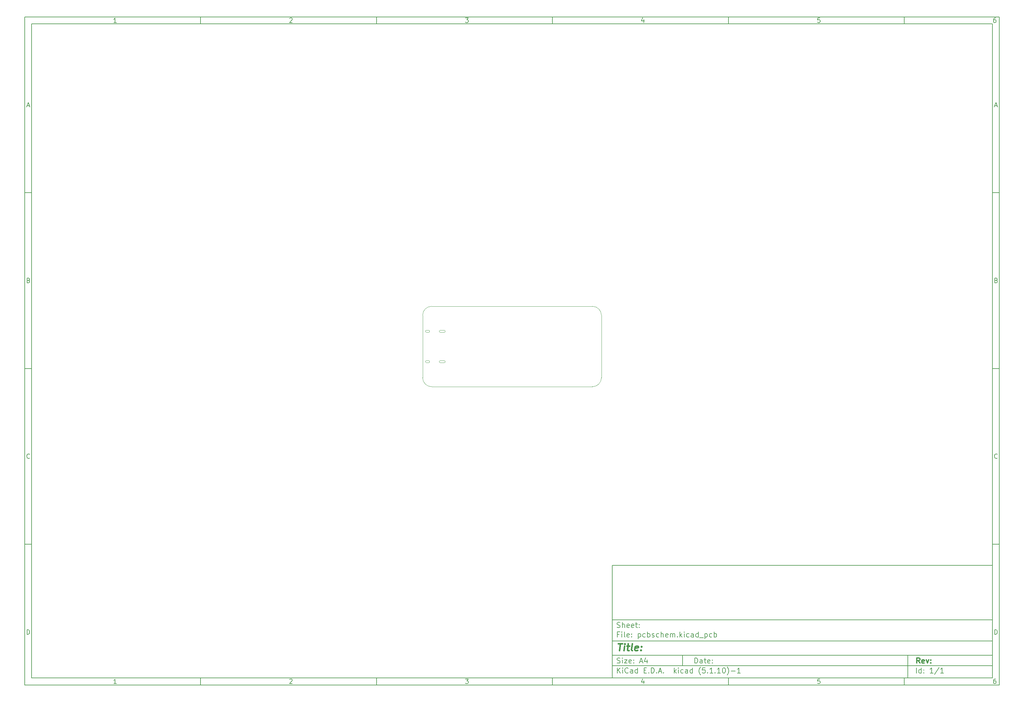
<source format=gbr>
%TF.GenerationSoftware,KiCad,Pcbnew,(5.1.10)-1*%
%TF.CreationDate,2021-10-05T18:10:51-07:00*%
%TF.ProjectId,pcbschem,70636273-6368-4656-9d2e-6b696361645f,rev?*%
%TF.SameCoordinates,Original*%
%TF.FileFunction,Profile,NP*%
%FSLAX46Y46*%
G04 Gerber Fmt 4.6, Leading zero omitted, Abs format (unit mm)*
G04 Created by KiCad (PCBNEW (5.1.10)-1) date 2021-10-05 18:10:51*
%MOMM*%
%LPD*%
G01*
G04 APERTURE LIST*
%ADD10C,0.100000*%
%ADD11C,0.150000*%
%ADD12C,0.300000*%
%ADD13C,0.400000*%
%TA.AperFunction,Profile*%
%ADD14C,0.050000*%
%TD*%
G04 APERTURE END LIST*
D10*
D11*
X177002200Y-166007200D02*
X177002200Y-198007200D01*
X285002200Y-198007200D01*
X285002200Y-166007200D01*
X177002200Y-166007200D01*
D10*
D11*
X10000000Y-10000000D02*
X10000000Y-200007200D01*
X287002200Y-200007200D01*
X287002200Y-10000000D01*
X10000000Y-10000000D01*
D10*
D11*
X12000000Y-12000000D02*
X12000000Y-198007200D01*
X285002200Y-198007200D01*
X285002200Y-12000000D01*
X12000000Y-12000000D01*
D10*
D11*
X60000000Y-12000000D02*
X60000000Y-10000000D01*
D10*
D11*
X110000000Y-12000000D02*
X110000000Y-10000000D01*
D10*
D11*
X160000000Y-12000000D02*
X160000000Y-10000000D01*
D10*
D11*
X210000000Y-12000000D02*
X210000000Y-10000000D01*
D10*
D11*
X260000000Y-12000000D02*
X260000000Y-10000000D01*
D10*
D11*
X36065476Y-11588095D02*
X35322619Y-11588095D01*
X35694047Y-11588095D02*
X35694047Y-10288095D01*
X35570238Y-10473809D01*
X35446428Y-10597619D01*
X35322619Y-10659523D01*
D10*
D11*
X85322619Y-10411904D02*
X85384523Y-10350000D01*
X85508333Y-10288095D01*
X85817857Y-10288095D01*
X85941666Y-10350000D01*
X86003571Y-10411904D01*
X86065476Y-10535714D01*
X86065476Y-10659523D01*
X86003571Y-10845238D01*
X85260714Y-11588095D01*
X86065476Y-11588095D01*
D10*
D11*
X135260714Y-10288095D02*
X136065476Y-10288095D01*
X135632142Y-10783333D01*
X135817857Y-10783333D01*
X135941666Y-10845238D01*
X136003571Y-10907142D01*
X136065476Y-11030952D01*
X136065476Y-11340476D01*
X136003571Y-11464285D01*
X135941666Y-11526190D01*
X135817857Y-11588095D01*
X135446428Y-11588095D01*
X135322619Y-11526190D01*
X135260714Y-11464285D01*
D10*
D11*
X185941666Y-10721428D02*
X185941666Y-11588095D01*
X185632142Y-10226190D02*
X185322619Y-11154761D01*
X186127380Y-11154761D01*
D10*
D11*
X236003571Y-10288095D02*
X235384523Y-10288095D01*
X235322619Y-10907142D01*
X235384523Y-10845238D01*
X235508333Y-10783333D01*
X235817857Y-10783333D01*
X235941666Y-10845238D01*
X236003571Y-10907142D01*
X236065476Y-11030952D01*
X236065476Y-11340476D01*
X236003571Y-11464285D01*
X235941666Y-11526190D01*
X235817857Y-11588095D01*
X235508333Y-11588095D01*
X235384523Y-11526190D01*
X235322619Y-11464285D01*
D10*
D11*
X285941666Y-10288095D02*
X285694047Y-10288095D01*
X285570238Y-10350000D01*
X285508333Y-10411904D01*
X285384523Y-10597619D01*
X285322619Y-10845238D01*
X285322619Y-11340476D01*
X285384523Y-11464285D01*
X285446428Y-11526190D01*
X285570238Y-11588095D01*
X285817857Y-11588095D01*
X285941666Y-11526190D01*
X286003571Y-11464285D01*
X286065476Y-11340476D01*
X286065476Y-11030952D01*
X286003571Y-10907142D01*
X285941666Y-10845238D01*
X285817857Y-10783333D01*
X285570238Y-10783333D01*
X285446428Y-10845238D01*
X285384523Y-10907142D01*
X285322619Y-11030952D01*
D10*
D11*
X60000000Y-198007200D02*
X60000000Y-200007200D01*
D10*
D11*
X110000000Y-198007200D02*
X110000000Y-200007200D01*
D10*
D11*
X160000000Y-198007200D02*
X160000000Y-200007200D01*
D10*
D11*
X210000000Y-198007200D02*
X210000000Y-200007200D01*
D10*
D11*
X260000000Y-198007200D02*
X260000000Y-200007200D01*
D10*
D11*
X36065476Y-199595295D02*
X35322619Y-199595295D01*
X35694047Y-199595295D02*
X35694047Y-198295295D01*
X35570238Y-198481009D01*
X35446428Y-198604819D01*
X35322619Y-198666723D01*
D10*
D11*
X85322619Y-198419104D02*
X85384523Y-198357200D01*
X85508333Y-198295295D01*
X85817857Y-198295295D01*
X85941666Y-198357200D01*
X86003571Y-198419104D01*
X86065476Y-198542914D01*
X86065476Y-198666723D01*
X86003571Y-198852438D01*
X85260714Y-199595295D01*
X86065476Y-199595295D01*
D10*
D11*
X135260714Y-198295295D02*
X136065476Y-198295295D01*
X135632142Y-198790533D01*
X135817857Y-198790533D01*
X135941666Y-198852438D01*
X136003571Y-198914342D01*
X136065476Y-199038152D01*
X136065476Y-199347676D01*
X136003571Y-199471485D01*
X135941666Y-199533390D01*
X135817857Y-199595295D01*
X135446428Y-199595295D01*
X135322619Y-199533390D01*
X135260714Y-199471485D01*
D10*
D11*
X185941666Y-198728628D02*
X185941666Y-199595295D01*
X185632142Y-198233390D02*
X185322619Y-199161961D01*
X186127380Y-199161961D01*
D10*
D11*
X236003571Y-198295295D02*
X235384523Y-198295295D01*
X235322619Y-198914342D01*
X235384523Y-198852438D01*
X235508333Y-198790533D01*
X235817857Y-198790533D01*
X235941666Y-198852438D01*
X236003571Y-198914342D01*
X236065476Y-199038152D01*
X236065476Y-199347676D01*
X236003571Y-199471485D01*
X235941666Y-199533390D01*
X235817857Y-199595295D01*
X235508333Y-199595295D01*
X235384523Y-199533390D01*
X235322619Y-199471485D01*
D10*
D11*
X285941666Y-198295295D02*
X285694047Y-198295295D01*
X285570238Y-198357200D01*
X285508333Y-198419104D01*
X285384523Y-198604819D01*
X285322619Y-198852438D01*
X285322619Y-199347676D01*
X285384523Y-199471485D01*
X285446428Y-199533390D01*
X285570238Y-199595295D01*
X285817857Y-199595295D01*
X285941666Y-199533390D01*
X286003571Y-199471485D01*
X286065476Y-199347676D01*
X286065476Y-199038152D01*
X286003571Y-198914342D01*
X285941666Y-198852438D01*
X285817857Y-198790533D01*
X285570238Y-198790533D01*
X285446428Y-198852438D01*
X285384523Y-198914342D01*
X285322619Y-199038152D01*
D10*
D11*
X10000000Y-60000000D02*
X12000000Y-60000000D01*
D10*
D11*
X10000000Y-110000000D02*
X12000000Y-110000000D01*
D10*
D11*
X10000000Y-160000000D02*
X12000000Y-160000000D01*
D10*
D11*
X10690476Y-35216666D02*
X11309523Y-35216666D01*
X10566666Y-35588095D02*
X11000000Y-34288095D01*
X11433333Y-35588095D01*
D10*
D11*
X11092857Y-84907142D02*
X11278571Y-84969047D01*
X11340476Y-85030952D01*
X11402380Y-85154761D01*
X11402380Y-85340476D01*
X11340476Y-85464285D01*
X11278571Y-85526190D01*
X11154761Y-85588095D01*
X10659523Y-85588095D01*
X10659523Y-84288095D01*
X11092857Y-84288095D01*
X11216666Y-84350000D01*
X11278571Y-84411904D01*
X11340476Y-84535714D01*
X11340476Y-84659523D01*
X11278571Y-84783333D01*
X11216666Y-84845238D01*
X11092857Y-84907142D01*
X10659523Y-84907142D01*
D10*
D11*
X11402380Y-135464285D02*
X11340476Y-135526190D01*
X11154761Y-135588095D01*
X11030952Y-135588095D01*
X10845238Y-135526190D01*
X10721428Y-135402380D01*
X10659523Y-135278571D01*
X10597619Y-135030952D01*
X10597619Y-134845238D01*
X10659523Y-134597619D01*
X10721428Y-134473809D01*
X10845238Y-134350000D01*
X11030952Y-134288095D01*
X11154761Y-134288095D01*
X11340476Y-134350000D01*
X11402380Y-134411904D01*
D10*
D11*
X10659523Y-185588095D02*
X10659523Y-184288095D01*
X10969047Y-184288095D01*
X11154761Y-184350000D01*
X11278571Y-184473809D01*
X11340476Y-184597619D01*
X11402380Y-184845238D01*
X11402380Y-185030952D01*
X11340476Y-185278571D01*
X11278571Y-185402380D01*
X11154761Y-185526190D01*
X10969047Y-185588095D01*
X10659523Y-185588095D01*
D10*
D11*
X287002200Y-60000000D02*
X285002200Y-60000000D01*
D10*
D11*
X287002200Y-110000000D02*
X285002200Y-110000000D01*
D10*
D11*
X287002200Y-160000000D02*
X285002200Y-160000000D01*
D10*
D11*
X285692676Y-35216666D02*
X286311723Y-35216666D01*
X285568866Y-35588095D02*
X286002200Y-34288095D01*
X286435533Y-35588095D01*
D10*
D11*
X286095057Y-84907142D02*
X286280771Y-84969047D01*
X286342676Y-85030952D01*
X286404580Y-85154761D01*
X286404580Y-85340476D01*
X286342676Y-85464285D01*
X286280771Y-85526190D01*
X286156961Y-85588095D01*
X285661723Y-85588095D01*
X285661723Y-84288095D01*
X286095057Y-84288095D01*
X286218866Y-84350000D01*
X286280771Y-84411904D01*
X286342676Y-84535714D01*
X286342676Y-84659523D01*
X286280771Y-84783333D01*
X286218866Y-84845238D01*
X286095057Y-84907142D01*
X285661723Y-84907142D01*
D10*
D11*
X286404580Y-135464285D02*
X286342676Y-135526190D01*
X286156961Y-135588095D01*
X286033152Y-135588095D01*
X285847438Y-135526190D01*
X285723628Y-135402380D01*
X285661723Y-135278571D01*
X285599819Y-135030952D01*
X285599819Y-134845238D01*
X285661723Y-134597619D01*
X285723628Y-134473809D01*
X285847438Y-134350000D01*
X286033152Y-134288095D01*
X286156961Y-134288095D01*
X286342676Y-134350000D01*
X286404580Y-134411904D01*
D10*
D11*
X285661723Y-185588095D02*
X285661723Y-184288095D01*
X285971247Y-184288095D01*
X286156961Y-184350000D01*
X286280771Y-184473809D01*
X286342676Y-184597619D01*
X286404580Y-184845238D01*
X286404580Y-185030952D01*
X286342676Y-185278571D01*
X286280771Y-185402380D01*
X286156961Y-185526190D01*
X285971247Y-185588095D01*
X285661723Y-185588095D01*
D10*
D11*
X200434342Y-193785771D02*
X200434342Y-192285771D01*
X200791485Y-192285771D01*
X201005771Y-192357200D01*
X201148628Y-192500057D01*
X201220057Y-192642914D01*
X201291485Y-192928628D01*
X201291485Y-193142914D01*
X201220057Y-193428628D01*
X201148628Y-193571485D01*
X201005771Y-193714342D01*
X200791485Y-193785771D01*
X200434342Y-193785771D01*
X202577200Y-193785771D02*
X202577200Y-193000057D01*
X202505771Y-192857200D01*
X202362914Y-192785771D01*
X202077200Y-192785771D01*
X201934342Y-192857200D01*
X202577200Y-193714342D02*
X202434342Y-193785771D01*
X202077200Y-193785771D01*
X201934342Y-193714342D01*
X201862914Y-193571485D01*
X201862914Y-193428628D01*
X201934342Y-193285771D01*
X202077200Y-193214342D01*
X202434342Y-193214342D01*
X202577200Y-193142914D01*
X203077200Y-192785771D02*
X203648628Y-192785771D01*
X203291485Y-192285771D02*
X203291485Y-193571485D01*
X203362914Y-193714342D01*
X203505771Y-193785771D01*
X203648628Y-193785771D01*
X204720057Y-193714342D02*
X204577200Y-193785771D01*
X204291485Y-193785771D01*
X204148628Y-193714342D01*
X204077200Y-193571485D01*
X204077200Y-193000057D01*
X204148628Y-192857200D01*
X204291485Y-192785771D01*
X204577200Y-192785771D01*
X204720057Y-192857200D01*
X204791485Y-193000057D01*
X204791485Y-193142914D01*
X204077200Y-193285771D01*
X205434342Y-193642914D02*
X205505771Y-193714342D01*
X205434342Y-193785771D01*
X205362914Y-193714342D01*
X205434342Y-193642914D01*
X205434342Y-193785771D01*
X205434342Y-192857200D02*
X205505771Y-192928628D01*
X205434342Y-193000057D01*
X205362914Y-192928628D01*
X205434342Y-192857200D01*
X205434342Y-193000057D01*
D10*
D11*
X177002200Y-194507200D02*
X285002200Y-194507200D01*
D10*
D11*
X178434342Y-196585771D02*
X178434342Y-195085771D01*
X179291485Y-196585771D02*
X178648628Y-195728628D01*
X179291485Y-195085771D02*
X178434342Y-195942914D01*
X179934342Y-196585771D02*
X179934342Y-195585771D01*
X179934342Y-195085771D02*
X179862914Y-195157200D01*
X179934342Y-195228628D01*
X180005771Y-195157200D01*
X179934342Y-195085771D01*
X179934342Y-195228628D01*
X181505771Y-196442914D02*
X181434342Y-196514342D01*
X181220057Y-196585771D01*
X181077200Y-196585771D01*
X180862914Y-196514342D01*
X180720057Y-196371485D01*
X180648628Y-196228628D01*
X180577200Y-195942914D01*
X180577200Y-195728628D01*
X180648628Y-195442914D01*
X180720057Y-195300057D01*
X180862914Y-195157200D01*
X181077200Y-195085771D01*
X181220057Y-195085771D01*
X181434342Y-195157200D01*
X181505771Y-195228628D01*
X182791485Y-196585771D02*
X182791485Y-195800057D01*
X182720057Y-195657200D01*
X182577200Y-195585771D01*
X182291485Y-195585771D01*
X182148628Y-195657200D01*
X182791485Y-196514342D02*
X182648628Y-196585771D01*
X182291485Y-196585771D01*
X182148628Y-196514342D01*
X182077200Y-196371485D01*
X182077200Y-196228628D01*
X182148628Y-196085771D01*
X182291485Y-196014342D01*
X182648628Y-196014342D01*
X182791485Y-195942914D01*
X184148628Y-196585771D02*
X184148628Y-195085771D01*
X184148628Y-196514342D02*
X184005771Y-196585771D01*
X183720057Y-196585771D01*
X183577200Y-196514342D01*
X183505771Y-196442914D01*
X183434342Y-196300057D01*
X183434342Y-195871485D01*
X183505771Y-195728628D01*
X183577200Y-195657200D01*
X183720057Y-195585771D01*
X184005771Y-195585771D01*
X184148628Y-195657200D01*
X186005771Y-195800057D02*
X186505771Y-195800057D01*
X186720057Y-196585771D02*
X186005771Y-196585771D01*
X186005771Y-195085771D01*
X186720057Y-195085771D01*
X187362914Y-196442914D02*
X187434342Y-196514342D01*
X187362914Y-196585771D01*
X187291485Y-196514342D01*
X187362914Y-196442914D01*
X187362914Y-196585771D01*
X188077200Y-196585771D02*
X188077200Y-195085771D01*
X188434342Y-195085771D01*
X188648628Y-195157200D01*
X188791485Y-195300057D01*
X188862914Y-195442914D01*
X188934342Y-195728628D01*
X188934342Y-195942914D01*
X188862914Y-196228628D01*
X188791485Y-196371485D01*
X188648628Y-196514342D01*
X188434342Y-196585771D01*
X188077200Y-196585771D01*
X189577200Y-196442914D02*
X189648628Y-196514342D01*
X189577200Y-196585771D01*
X189505771Y-196514342D01*
X189577200Y-196442914D01*
X189577200Y-196585771D01*
X190220057Y-196157200D02*
X190934342Y-196157200D01*
X190077200Y-196585771D02*
X190577200Y-195085771D01*
X191077200Y-196585771D01*
X191577200Y-196442914D02*
X191648628Y-196514342D01*
X191577200Y-196585771D01*
X191505771Y-196514342D01*
X191577200Y-196442914D01*
X191577200Y-196585771D01*
X194577200Y-196585771D02*
X194577200Y-195085771D01*
X194720057Y-196014342D02*
X195148628Y-196585771D01*
X195148628Y-195585771D02*
X194577200Y-196157200D01*
X195791485Y-196585771D02*
X195791485Y-195585771D01*
X195791485Y-195085771D02*
X195720057Y-195157200D01*
X195791485Y-195228628D01*
X195862914Y-195157200D01*
X195791485Y-195085771D01*
X195791485Y-195228628D01*
X197148628Y-196514342D02*
X197005771Y-196585771D01*
X196720057Y-196585771D01*
X196577200Y-196514342D01*
X196505771Y-196442914D01*
X196434342Y-196300057D01*
X196434342Y-195871485D01*
X196505771Y-195728628D01*
X196577200Y-195657200D01*
X196720057Y-195585771D01*
X197005771Y-195585771D01*
X197148628Y-195657200D01*
X198434342Y-196585771D02*
X198434342Y-195800057D01*
X198362914Y-195657200D01*
X198220057Y-195585771D01*
X197934342Y-195585771D01*
X197791485Y-195657200D01*
X198434342Y-196514342D02*
X198291485Y-196585771D01*
X197934342Y-196585771D01*
X197791485Y-196514342D01*
X197720057Y-196371485D01*
X197720057Y-196228628D01*
X197791485Y-196085771D01*
X197934342Y-196014342D01*
X198291485Y-196014342D01*
X198434342Y-195942914D01*
X199791485Y-196585771D02*
X199791485Y-195085771D01*
X199791485Y-196514342D02*
X199648628Y-196585771D01*
X199362914Y-196585771D01*
X199220057Y-196514342D01*
X199148628Y-196442914D01*
X199077200Y-196300057D01*
X199077200Y-195871485D01*
X199148628Y-195728628D01*
X199220057Y-195657200D01*
X199362914Y-195585771D01*
X199648628Y-195585771D01*
X199791485Y-195657200D01*
X202077200Y-197157200D02*
X202005771Y-197085771D01*
X201862914Y-196871485D01*
X201791485Y-196728628D01*
X201720057Y-196514342D01*
X201648628Y-196157200D01*
X201648628Y-195871485D01*
X201720057Y-195514342D01*
X201791485Y-195300057D01*
X201862914Y-195157200D01*
X202005771Y-194942914D01*
X202077200Y-194871485D01*
X203362914Y-195085771D02*
X202648628Y-195085771D01*
X202577200Y-195800057D01*
X202648628Y-195728628D01*
X202791485Y-195657200D01*
X203148628Y-195657200D01*
X203291485Y-195728628D01*
X203362914Y-195800057D01*
X203434342Y-195942914D01*
X203434342Y-196300057D01*
X203362914Y-196442914D01*
X203291485Y-196514342D01*
X203148628Y-196585771D01*
X202791485Y-196585771D01*
X202648628Y-196514342D01*
X202577200Y-196442914D01*
X204077200Y-196442914D02*
X204148628Y-196514342D01*
X204077200Y-196585771D01*
X204005771Y-196514342D01*
X204077200Y-196442914D01*
X204077200Y-196585771D01*
X205577200Y-196585771D02*
X204720057Y-196585771D01*
X205148628Y-196585771D02*
X205148628Y-195085771D01*
X205005771Y-195300057D01*
X204862914Y-195442914D01*
X204720057Y-195514342D01*
X206220057Y-196442914D02*
X206291485Y-196514342D01*
X206220057Y-196585771D01*
X206148628Y-196514342D01*
X206220057Y-196442914D01*
X206220057Y-196585771D01*
X207720057Y-196585771D02*
X206862914Y-196585771D01*
X207291485Y-196585771D02*
X207291485Y-195085771D01*
X207148628Y-195300057D01*
X207005771Y-195442914D01*
X206862914Y-195514342D01*
X208648628Y-195085771D02*
X208791485Y-195085771D01*
X208934342Y-195157200D01*
X209005771Y-195228628D01*
X209077200Y-195371485D01*
X209148628Y-195657200D01*
X209148628Y-196014342D01*
X209077200Y-196300057D01*
X209005771Y-196442914D01*
X208934342Y-196514342D01*
X208791485Y-196585771D01*
X208648628Y-196585771D01*
X208505771Y-196514342D01*
X208434342Y-196442914D01*
X208362914Y-196300057D01*
X208291485Y-196014342D01*
X208291485Y-195657200D01*
X208362914Y-195371485D01*
X208434342Y-195228628D01*
X208505771Y-195157200D01*
X208648628Y-195085771D01*
X209648628Y-197157200D02*
X209720057Y-197085771D01*
X209862914Y-196871485D01*
X209934342Y-196728628D01*
X210005771Y-196514342D01*
X210077200Y-196157200D01*
X210077200Y-195871485D01*
X210005771Y-195514342D01*
X209934342Y-195300057D01*
X209862914Y-195157200D01*
X209720057Y-194942914D01*
X209648628Y-194871485D01*
X210791485Y-196014342D02*
X211934342Y-196014342D01*
X213434342Y-196585771D02*
X212577200Y-196585771D01*
X213005771Y-196585771D02*
X213005771Y-195085771D01*
X212862914Y-195300057D01*
X212720057Y-195442914D01*
X212577200Y-195514342D01*
D10*
D11*
X177002200Y-191507200D02*
X285002200Y-191507200D01*
D10*
D12*
X264411485Y-193785771D02*
X263911485Y-193071485D01*
X263554342Y-193785771D02*
X263554342Y-192285771D01*
X264125771Y-192285771D01*
X264268628Y-192357200D01*
X264340057Y-192428628D01*
X264411485Y-192571485D01*
X264411485Y-192785771D01*
X264340057Y-192928628D01*
X264268628Y-193000057D01*
X264125771Y-193071485D01*
X263554342Y-193071485D01*
X265625771Y-193714342D02*
X265482914Y-193785771D01*
X265197200Y-193785771D01*
X265054342Y-193714342D01*
X264982914Y-193571485D01*
X264982914Y-193000057D01*
X265054342Y-192857200D01*
X265197200Y-192785771D01*
X265482914Y-192785771D01*
X265625771Y-192857200D01*
X265697200Y-193000057D01*
X265697200Y-193142914D01*
X264982914Y-193285771D01*
X266197200Y-192785771D02*
X266554342Y-193785771D01*
X266911485Y-192785771D01*
X267482914Y-193642914D02*
X267554342Y-193714342D01*
X267482914Y-193785771D01*
X267411485Y-193714342D01*
X267482914Y-193642914D01*
X267482914Y-193785771D01*
X267482914Y-192857200D02*
X267554342Y-192928628D01*
X267482914Y-193000057D01*
X267411485Y-192928628D01*
X267482914Y-192857200D01*
X267482914Y-193000057D01*
D10*
D11*
X178362914Y-193714342D02*
X178577200Y-193785771D01*
X178934342Y-193785771D01*
X179077200Y-193714342D01*
X179148628Y-193642914D01*
X179220057Y-193500057D01*
X179220057Y-193357200D01*
X179148628Y-193214342D01*
X179077200Y-193142914D01*
X178934342Y-193071485D01*
X178648628Y-193000057D01*
X178505771Y-192928628D01*
X178434342Y-192857200D01*
X178362914Y-192714342D01*
X178362914Y-192571485D01*
X178434342Y-192428628D01*
X178505771Y-192357200D01*
X178648628Y-192285771D01*
X179005771Y-192285771D01*
X179220057Y-192357200D01*
X179862914Y-193785771D02*
X179862914Y-192785771D01*
X179862914Y-192285771D02*
X179791485Y-192357200D01*
X179862914Y-192428628D01*
X179934342Y-192357200D01*
X179862914Y-192285771D01*
X179862914Y-192428628D01*
X180434342Y-192785771D02*
X181220057Y-192785771D01*
X180434342Y-193785771D01*
X181220057Y-193785771D01*
X182362914Y-193714342D02*
X182220057Y-193785771D01*
X181934342Y-193785771D01*
X181791485Y-193714342D01*
X181720057Y-193571485D01*
X181720057Y-193000057D01*
X181791485Y-192857200D01*
X181934342Y-192785771D01*
X182220057Y-192785771D01*
X182362914Y-192857200D01*
X182434342Y-193000057D01*
X182434342Y-193142914D01*
X181720057Y-193285771D01*
X183077200Y-193642914D02*
X183148628Y-193714342D01*
X183077200Y-193785771D01*
X183005771Y-193714342D01*
X183077200Y-193642914D01*
X183077200Y-193785771D01*
X183077200Y-192857200D02*
X183148628Y-192928628D01*
X183077200Y-193000057D01*
X183005771Y-192928628D01*
X183077200Y-192857200D01*
X183077200Y-193000057D01*
X184862914Y-193357200D02*
X185577200Y-193357200D01*
X184720057Y-193785771D02*
X185220057Y-192285771D01*
X185720057Y-193785771D01*
X186862914Y-192785771D02*
X186862914Y-193785771D01*
X186505771Y-192214342D02*
X186148628Y-193285771D01*
X187077200Y-193285771D01*
D10*
D11*
X263434342Y-196585771D02*
X263434342Y-195085771D01*
X264791485Y-196585771D02*
X264791485Y-195085771D01*
X264791485Y-196514342D02*
X264648628Y-196585771D01*
X264362914Y-196585771D01*
X264220057Y-196514342D01*
X264148628Y-196442914D01*
X264077200Y-196300057D01*
X264077200Y-195871485D01*
X264148628Y-195728628D01*
X264220057Y-195657200D01*
X264362914Y-195585771D01*
X264648628Y-195585771D01*
X264791485Y-195657200D01*
X265505771Y-196442914D02*
X265577200Y-196514342D01*
X265505771Y-196585771D01*
X265434342Y-196514342D01*
X265505771Y-196442914D01*
X265505771Y-196585771D01*
X265505771Y-195657200D02*
X265577200Y-195728628D01*
X265505771Y-195800057D01*
X265434342Y-195728628D01*
X265505771Y-195657200D01*
X265505771Y-195800057D01*
X268148628Y-196585771D02*
X267291485Y-196585771D01*
X267720057Y-196585771D02*
X267720057Y-195085771D01*
X267577200Y-195300057D01*
X267434342Y-195442914D01*
X267291485Y-195514342D01*
X269862914Y-195014342D02*
X268577200Y-196942914D01*
X271148628Y-196585771D02*
X270291485Y-196585771D01*
X270720057Y-196585771D02*
X270720057Y-195085771D01*
X270577200Y-195300057D01*
X270434342Y-195442914D01*
X270291485Y-195514342D01*
D10*
D11*
X177002200Y-187507200D02*
X285002200Y-187507200D01*
D10*
D13*
X178714580Y-188211961D02*
X179857438Y-188211961D01*
X179036009Y-190211961D02*
X179286009Y-188211961D01*
X180274104Y-190211961D02*
X180440771Y-188878628D01*
X180524104Y-188211961D02*
X180416961Y-188307200D01*
X180500295Y-188402438D01*
X180607438Y-188307200D01*
X180524104Y-188211961D01*
X180500295Y-188402438D01*
X181107438Y-188878628D02*
X181869342Y-188878628D01*
X181476485Y-188211961D02*
X181262200Y-189926247D01*
X181333628Y-190116723D01*
X181512200Y-190211961D01*
X181702676Y-190211961D01*
X182655057Y-190211961D02*
X182476485Y-190116723D01*
X182405057Y-189926247D01*
X182619342Y-188211961D01*
X184190771Y-190116723D02*
X183988390Y-190211961D01*
X183607438Y-190211961D01*
X183428866Y-190116723D01*
X183357438Y-189926247D01*
X183452676Y-189164342D01*
X183571723Y-188973866D01*
X183774104Y-188878628D01*
X184155057Y-188878628D01*
X184333628Y-188973866D01*
X184405057Y-189164342D01*
X184381247Y-189354819D01*
X183405057Y-189545295D01*
X185155057Y-190021485D02*
X185238390Y-190116723D01*
X185131247Y-190211961D01*
X185047914Y-190116723D01*
X185155057Y-190021485D01*
X185131247Y-190211961D01*
X185286009Y-188973866D02*
X185369342Y-189069104D01*
X185262200Y-189164342D01*
X185178866Y-189069104D01*
X185286009Y-188973866D01*
X185262200Y-189164342D01*
D10*
D11*
X178934342Y-185600057D02*
X178434342Y-185600057D01*
X178434342Y-186385771D02*
X178434342Y-184885771D01*
X179148628Y-184885771D01*
X179720057Y-186385771D02*
X179720057Y-185385771D01*
X179720057Y-184885771D02*
X179648628Y-184957200D01*
X179720057Y-185028628D01*
X179791485Y-184957200D01*
X179720057Y-184885771D01*
X179720057Y-185028628D01*
X180648628Y-186385771D02*
X180505771Y-186314342D01*
X180434342Y-186171485D01*
X180434342Y-184885771D01*
X181791485Y-186314342D02*
X181648628Y-186385771D01*
X181362914Y-186385771D01*
X181220057Y-186314342D01*
X181148628Y-186171485D01*
X181148628Y-185600057D01*
X181220057Y-185457200D01*
X181362914Y-185385771D01*
X181648628Y-185385771D01*
X181791485Y-185457200D01*
X181862914Y-185600057D01*
X181862914Y-185742914D01*
X181148628Y-185885771D01*
X182505771Y-186242914D02*
X182577200Y-186314342D01*
X182505771Y-186385771D01*
X182434342Y-186314342D01*
X182505771Y-186242914D01*
X182505771Y-186385771D01*
X182505771Y-185457200D02*
X182577200Y-185528628D01*
X182505771Y-185600057D01*
X182434342Y-185528628D01*
X182505771Y-185457200D01*
X182505771Y-185600057D01*
X184362914Y-185385771D02*
X184362914Y-186885771D01*
X184362914Y-185457200D02*
X184505771Y-185385771D01*
X184791485Y-185385771D01*
X184934342Y-185457200D01*
X185005771Y-185528628D01*
X185077200Y-185671485D01*
X185077200Y-186100057D01*
X185005771Y-186242914D01*
X184934342Y-186314342D01*
X184791485Y-186385771D01*
X184505771Y-186385771D01*
X184362914Y-186314342D01*
X186362914Y-186314342D02*
X186220057Y-186385771D01*
X185934342Y-186385771D01*
X185791485Y-186314342D01*
X185720057Y-186242914D01*
X185648628Y-186100057D01*
X185648628Y-185671485D01*
X185720057Y-185528628D01*
X185791485Y-185457200D01*
X185934342Y-185385771D01*
X186220057Y-185385771D01*
X186362914Y-185457200D01*
X187005771Y-186385771D02*
X187005771Y-184885771D01*
X187005771Y-185457200D02*
X187148628Y-185385771D01*
X187434342Y-185385771D01*
X187577200Y-185457200D01*
X187648628Y-185528628D01*
X187720057Y-185671485D01*
X187720057Y-186100057D01*
X187648628Y-186242914D01*
X187577200Y-186314342D01*
X187434342Y-186385771D01*
X187148628Y-186385771D01*
X187005771Y-186314342D01*
X188291485Y-186314342D02*
X188434342Y-186385771D01*
X188720057Y-186385771D01*
X188862914Y-186314342D01*
X188934342Y-186171485D01*
X188934342Y-186100057D01*
X188862914Y-185957200D01*
X188720057Y-185885771D01*
X188505771Y-185885771D01*
X188362914Y-185814342D01*
X188291485Y-185671485D01*
X188291485Y-185600057D01*
X188362914Y-185457200D01*
X188505771Y-185385771D01*
X188720057Y-185385771D01*
X188862914Y-185457200D01*
X190220057Y-186314342D02*
X190077200Y-186385771D01*
X189791485Y-186385771D01*
X189648628Y-186314342D01*
X189577200Y-186242914D01*
X189505771Y-186100057D01*
X189505771Y-185671485D01*
X189577200Y-185528628D01*
X189648628Y-185457200D01*
X189791485Y-185385771D01*
X190077200Y-185385771D01*
X190220057Y-185457200D01*
X190862914Y-186385771D02*
X190862914Y-184885771D01*
X191505771Y-186385771D02*
X191505771Y-185600057D01*
X191434342Y-185457200D01*
X191291485Y-185385771D01*
X191077200Y-185385771D01*
X190934342Y-185457200D01*
X190862914Y-185528628D01*
X192791485Y-186314342D02*
X192648628Y-186385771D01*
X192362914Y-186385771D01*
X192220057Y-186314342D01*
X192148628Y-186171485D01*
X192148628Y-185600057D01*
X192220057Y-185457200D01*
X192362914Y-185385771D01*
X192648628Y-185385771D01*
X192791485Y-185457200D01*
X192862914Y-185600057D01*
X192862914Y-185742914D01*
X192148628Y-185885771D01*
X193505771Y-186385771D02*
X193505771Y-185385771D01*
X193505771Y-185528628D02*
X193577200Y-185457200D01*
X193720057Y-185385771D01*
X193934342Y-185385771D01*
X194077200Y-185457200D01*
X194148628Y-185600057D01*
X194148628Y-186385771D01*
X194148628Y-185600057D02*
X194220057Y-185457200D01*
X194362914Y-185385771D01*
X194577200Y-185385771D01*
X194720057Y-185457200D01*
X194791485Y-185600057D01*
X194791485Y-186385771D01*
X195505771Y-186242914D02*
X195577200Y-186314342D01*
X195505771Y-186385771D01*
X195434342Y-186314342D01*
X195505771Y-186242914D01*
X195505771Y-186385771D01*
X196220057Y-186385771D02*
X196220057Y-184885771D01*
X196362914Y-185814342D02*
X196791485Y-186385771D01*
X196791485Y-185385771D02*
X196220057Y-185957200D01*
X197434342Y-186385771D02*
X197434342Y-185385771D01*
X197434342Y-184885771D02*
X197362914Y-184957200D01*
X197434342Y-185028628D01*
X197505771Y-184957200D01*
X197434342Y-184885771D01*
X197434342Y-185028628D01*
X198791485Y-186314342D02*
X198648628Y-186385771D01*
X198362914Y-186385771D01*
X198220057Y-186314342D01*
X198148628Y-186242914D01*
X198077200Y-186100057D01*
X198077200Y-185671485D01*
X198148628Y-185528628D01*
X198220057Y-185457200D01*
X198362914Y-185385771D01*
X198648628Y-185385771D01*
X198791485Y-185457200D01*
X200077200Y-186385771D02*
X200077200Y-185600057D01*
X200005771Y-185457200D01*
X199862914Y-185385771D01*
X199577200Y-185385771D01*
X199434342Y-185457200D01*
X200077200Y-186314342D02*
X199934342Y-186385771D01*
X199577200Y-186385771D01*
X199434342Y-186314342D01*
X199362914Y-186171485D01*
X199362914Y-186028628D01*
X199434342Y-185885771D01*
X199577200Y-185814342D01*
X199934342Y-185814342D01*
X200077200Y-185742914D01*
X201434342Y-186385771D02*
X201434342Y-184885771D01*
X201434342Y-186314342D02*
X201291485Y-186385771D01*
X201005771Y-186385771D01*
X200862914Y-186314342D01*
X200791485Y-186242914D01*
X200720057Y-186100057D01*
X200720057Y-185671485D01*
X200791485Y-185528628D01*
X200862914Y-185457200D01*
X201005771Y-185385771D01*
X201291485Y-185385771D01*
X201434342Y-185457200D01*
X201791485Y-186528628D02*
X202934342Y-186528628D01*
X203291485Y-185385771D02*
X203291485Y-186885771D01*
X203291485Y-185457200D02*
X203434342Y-185385771D01*
X203720057Y-185385771D01*
X203862914Y-185457200D01*
X203934342Y-185528628D01*
X204005771Y-185671485D01*
X204005771Y-186100057D01*
X203934342Y-186242914D01*
X203862914Y-186314342D01*
X203720057Y-186385771D01*
X203434342Y-186385771D01*
X203291485Y-186314342D01*
X205291485Y-186314342D02*
X205148628Y-186385771D01*
X204862914Y-186385771D01*
X204720057Y-186314342D01*
X204648628Y-186242914D01*
X204577200Y-186100057D01*
X204577200Y-185671485D01*
X204648628Y-185528628D01*
X204720057Y-185457200D01*
X204862914Y-185385771D01*
X205148628Y-185385771D01*
X205291485Y-185457200D01*
X205934342Y-186385771D02*
X205934342Y-184885771D01*
X205934342Y-185457200D02*
X206077200Y-185385771D01*
X206362914Y-185385771D01*
X206505771Y-185457200D01*
X206577200Y-185528628D01*
X206648628Y-185671485D01*
X206648628Y-186100057D01*
X206577200Y-186242914D01*
X206505771Y-186314342D01*
X206362914Y-186385771D01*
X206077200Y-186385771D01*
X205934342Y-186314342D01*
D10*
D11*
X177002200Y-181507200D02*
X285002200Y-181507200D01*
D10*
D11*
X178362914Y-183614342D02*
X178577200Y-183685771D01*
X178934342Y-183685771D01*
X179077200Y-183614342D01*
X179148628Y-183542914D01*
X179220057Y-183400057D01*
X179220057Y-183257200D01*
X179148628Y-183114342D01*
X179077200Y-183042914D01*
X178934342Y-182971485D01*
X178648628Y-182900057D01*
X178505771Y-182828628D01*
X178434342Y-182757200D01*
X178362914Y-182614342D01*
X178362914Y-182471485D01*
X178434342Y-182328628D01*
X178505771Y-182257200D01*
X178648628Y-182185771D01*
X179005771Y-182185771D01*
X179220057Y-182257200D01*
X179862914Y-183685771D02*
X179862914Y-182185771D01*
X180505771Y-183685771D02*
X180505771Y-182900057D01*
X180434342Y-182757200D01*
X180291485Y-182685771D01*
X180077200Y-182685771D01*
X179934342Y-182757200D01*
X179862914Y-182828628D01*
X181791485Y-183614342D02*
X181648628Y-183685771D01*
X181362914Y-183685771D01*
X181220057Y-183614342D01*
X181148628Y-183471485D01*
X181148628Y-182900057D01*
X181220057Y-182757200D01*
X181362914Y-182685771D01*
X181648628Y-182685771D01*
X181791485Y-182757200D01*
X181862914Y-182900057D01*
X181862914Y-183042914D01*
X181148628Y-183185771D01*
X183077200Y-183614342D02*
X182934342Y-183685771D01*
X182648628Y-183685771D01*
X182505771Y-183614342D01*
X182434342Y-183471485D01*
X182434342Y-182900057D01*
X182505771Y-182757200D01*
X182648628Y-182685771D01*
X182934342Y-182685771D01*
X183077200Y-182757200D01*
X183148628Y-182900057D01*
X183148628Y-183042914D01*
X182434342Y-183185771D01*
X183577200Y-182685771D02*
X184148628Y-182685771D01*
X183791485Y-182185771D02*
X183791485Y-183471485D01*
X183862914Y-183614342D01*
X184005771Y-183685771D01*
X184148628Y-183685771D01*
X184648628Y-183542914D02*
X184720057Y-183614342D01*
X184648628Y-183685771D01*
X184577200Y-183614342D01*
X184648628Y-183542914D01*
X184648628Y-183685771D01*
X184648628Y-182757200D02*
X184720057Y-182828628D01*
X184648628Y-182900057D01*
X184577200Y-182828628D01*
X184648628Y-182757200D01*
X184648628Y-182900057D01*
D10*
D11*
X197002200Y-191507200D02*
X197002200Y-194507200D01*
D10*
D11*
X261002200Y-191507200D02*
X261002200Y-198007200D01*
D14*
X123101100Y-94843600D02*
X123101100Y-112623600D01*
X123101100Y-94843600D02*
G75*
G02*
X125641100Y-92303600I2540000J0D01*
G01*
X171361100Y-92303600D02*
X125641100Y-92303600D01*
X171361100Y-92303600D02*
G75*
G02*
X173901100Y-94843600I0J-2540000D01*
G01*
X173901100Y-112623600D02*
X173901100Y-94843600D01*
X125641100Y-115163600D02*
X171361100Y-115163600D01*
X173901100Y-112623600D02*
G75*
G02*
X171361100Y-115163600I-2540000J0D01*
G01*
X125641100Y-115163600D02*
G75*
G02*
X123101100Y-112623600I0J2540000D01*
G01*
%TO.C,X6*%
X128124600Y-99113600D02*
X129224600Y-99113600D01*
X129224600Y-99713600D02*
X128124600Y-99713600D01*
X128124600Y-107753600D02*
X129224600Y-107753600D01*
X129224600Y-108353600D02*
X128124600Y-108353600D01*
X124194600Y-107753600D02*
X124794600Y-107753600D01*
X124794600Y-108353600D02*
X124194600Y-108353600D01*
X124194600Y-99113600D02*
X124794600Y-99113600D01*
X124794600Y-99713600D02*
X124194600Y-99713600D01*
X125094600Y-99413600D02*
G75*
G03*
X124794600Y-99113600I-300000J0D01*
G01*
X124794600Y-99713600D02*
G75*
G03*
X125094600Y-99413600I0J300000D01*
G01*
X123894600Y-99413600D02*
G75*
G03*
X124194600Y-99713600I300000J0D01*
G01*
X124194600Y-99113600D02*
G75*
G03*
X123894600Y-99413600I0J-300000D01*
G01*
X125094600Y-108053600D02*
G75*
G03*
X124794600Y-107753600I-300000J0D01*
G01*
X124794600Y-108353600D02*
G75*
G03*
X125094600Y-108053600I0J300000D01*
G01*
X123894600Y-108053600D02*
G75*
G03*
X124194600Y-108353600I300000J0D01*
G01*
X124194600Y-107753600D02*
G75*
G03*
X123894600Y-108053600I0J-300000D01*
G01*
X129524600Y-108053600D02*
G75*
G03*
X129224600Y-107753600I-300000J0D01*
G01*
X129224600Y-108353600D02*
G75*
G03*
X129524600Y-108053600I0J300000D01*
G01*
X127824600Y-108053600D02*
G75*
G03*
X128124600Y-108353600I300000J0D01*
G01*
X128124600Y-107753600D02*
G75*
G03*
X127824600Y-108053600I0J-300000D01*
G01*
X129524600Y-99413600D02*
G75*
G03*
X129224600Y-99113600I-300000J0D01*
G01*
X129224600Y-99713600D02*
G75*
G03*
X129524600Y-99413600I0J300000D01*
G01*
X127824600Y-99413600D02*
G75*
G03*
X128124600Y-99713600I300000J0D01*
G01*
X128124600Y-99113600D02*
G75*
G03*
X127824600Y-99413600I0J-300000D01*
G01*
%TD*%
M02*

</source>
